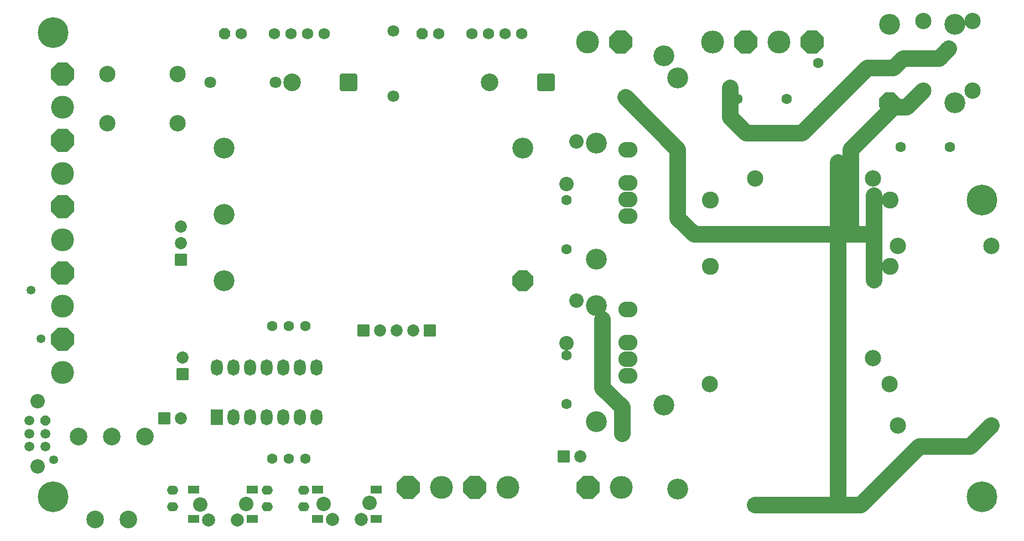
<source format=gts>
G04 Layer_Color=8388736*
%FSLAX25Y25*%
%MOIN*%
G70*
G01*
G75*
%ADD87C,0.10000*%
%ADD94R,0.06800X0.04800*%
%ADD95C,0.08674*%
%ADD96C,0.05918*%
%ADD97P,0.06406X8X292.5*%
%ADD98C,0.09855*%
%ADD99C,0.07887*%
%ADD100C,0.06800*%
%ADD101P,0.07360X8X22.5*%
%ADD102C,0.07300*%
G04:AMPARAMS|DCode=103|XSize=73mil|YSize=73mil|CornerRadius=7.25mil|HoleSize=0mil|Usage=FLASHONLY|Rotation=180.000|XOffset=0mil|YOffset=0mil|HoleType=Round|Shape=RoundedRectangle|*
%AMROUNDEDRECTD103*
21,1,0.07300,0.05850,0,0,180.0*
21,1,0.05850,0.07300,0,0,180.0*
1,1,0.01450,-0.02925,0.02925*
1,1,0.01450,0.02925,0.02925*
1,1,0.01450,0.02925,-0.02925*
1,1,0.01450,-0.02925,-0.02925*
%
%ADD103ROUNDEDRECTD103*%
%ADD104C,0.12611*%
%ADD105P,0.13650X8X292.5*%
G04:AMPARAMS|DCode=106|XSize=73mil|YSize=73mil|CornerRadius=7.25mil|HoleSize=0mil|Usage=FLASHONLY|Rotation=90.000|XOffset=0mil|YOffset=0mil|HoleType=Round|Shape=RoundedRectangle|*
%AMROUNDEDRECTD106*
21,1,0.07300,0.05850,0,0,90.0*
21,1,0.05850,0.07300,0,0,90.0*
1,1,0.01450,0.02925,0.02925*
1,1,0.01450,0.02925,-0.02925*
1,1,0.01450,-0.02925,-0.02925*
1,1,0.01450,-0.02925,0.02925*
%
%ADD106ROUNDEDRECTD106*%
%ADD107C,0.10642*%
G04:AMPARAMS|DCode=108|XSize=106.42mil|YSize=106.42mil|CornerRadius=13.84mil|HoleSize=0mil|Usage=FLASHONLY|Rotation=0.000|XOffset=0mil|YOffset=0mil|HoleType=Round|Shape=RoundedRectangle|*
%AMROUNDEDRECTD108*
21,1,0.10642,0.07874,0,0,0.0*
21,1,0.07874,0.10642,0,0,0.0*
1,1,0.02769,0.03937,-0.03937*
1,1,0.02769,-0.03937,-0.03937*
1,1,0.02769,-0.03937,0.03937*
1,1,0.02769,0.03937,0.03937*
%
%ADD108ROUNDEDRECTD108*%
%ADD109C,0.07099*%
%ADD110P,0.13650X8X202.5*%
%ADD111P,0.14929X8X292.5*%
%ADD112C,0.13792*%
%ADD113C,0.10249*%
%ADD114C,0.06312*%
%ADD115O,0.06706X0.05524*%
%ADD116P,0.14929X8X202.5*%
%ADD117O,0.11430X0.09619*%
%ADD118O,0.07200X0.09800*%
%ADD119R,0.07200X0.09800*%
%ADD120C,0.18517*%
%ADD121C,0.05300*%
G54D87*
X486221Y265748D02*
X498032Y253937D01*
Y238189D01*
X486221Y265748D02*
Y307087D01*
X541339Y358268D02*
X649606D01*
Y381890D01*
Y360236D02*
Y330709D01*
X635827Y360236D02*
Y409449D01*
X661417Y435039D01*
X669291D01*
X679134Y444882D01*
X688976Y464567D02*
X694882Y470472D01*
X688976Y464567D02*
X667323D01*
X661417Y458661D01*
X645669D01*
X606299Y419291D01*
X572835D01*
X562992Y429134D01*
Y446850D01*
X531496Y409449D02*
Y368110D01*
X541339Y358268D01*
X531496Y409449D02*
X500000Y440945D01*
X627953Y401575D02*
Y195075D01*
X641925D02*
X677165Y230315D01*
X707677D01*
X720472Y243110D01*
X641925Y195075D02*
X578000D01*
G54D94*
X239784Y186750D02*
D03*
Y204250D02*
D03*
X275217Y186750D02*
D03*
Y204250D02*
D03*
X314283Y186750D02*
D03*
Y204250D02*
D03*
X349716Y186750D02*
D03*
Y204250D02*
D03*
G54D95*
X145669Y218504D02*
D03*
Y257874D02*
D03*
X243721Y195374D02*
D03*
X271280Y195768D02*
D03*
X318220Y195874D02*
D03*
X345779Y196268D02*
D03*
X464547Y292705D02*
D03*
X470453Y318295D02*
D03*
X464547Y388705D02*
D03*
X470453Y414295D02*
D03*
G54D96*
X140748Y230315D02*
D03*
Y238189D02*
D03*
X150591D02*
D03*
Y230315D02*
D03*
X140748Y246063D02*
D03*
G54D97*
X150591Y246063D02*
D03*
G54D98*
X230000Y425472D02*
D03*
Y455000D02*
D03*
X187874D02*
D03*
Y425472D02*
D03*
X550732Y268000D02*
D03*
X578000Y195075D02*
D03*
X664000Y243000D02*
D03*
X659000Y268000D02*
D03*
X649000Y283866D02*
D03*
X664000Y351268D02*
D03*
X649000Y392134D02*
D03*
X709000Y445000D02*
D03*
Y487126D02*
D03*
X679472D02*
D03*
Y445000D02*
D03*
X720472Y351378D02*
D03*
Y243110D02*
D03*
X578000Y391925D02*
D03*
G54D99*
X248839Y185925D02*
D03*
X266161D02*
D03*
X323339Y186425D02*
D03*
X340661D02*
D03*
G54D100*
X437500Y479500D02*
D03*
X427500D02*
D03*
X417500D02*
D03*
X407500D02*
D03*
X387500D02*
D03*
X318500D02*
D03*
X308500D02*
D03*
X298500D02*
D03*
X288500D02*
D03*
X268500D02*
D03*
G54D101*
X377500Y479500D02*
D03*
X258500D02*
D03*
G54D102*
X232000Y247500D02*
D03*
X233000Y284000D02*
D03*
X232000Y353000D02*
D03*
Y363000D02*
D03*
X352000Y300374D02*
D03*
X362000D02*
D03*
X372000D02*
D03*
X472598Y224410D02*
D03*
G54D103*
X222000Y247500D02*
D03*
X342000Y300374D02*
D03*
X382000D02*
D03*
X462598Y224410D02*
D03*
G54D104*
X258000Y330500D02*
D03*
Y370500D02*
D03*
Y410500D02*
D03*
X438000D02*
D03*
X482500Y413500D02*
D03*
X531496Y452756D02*
D03*
X522991Y466112D02*
D03*
X482500Y343500D02*
D03*
Y315500D02*
D03*
Y245500D02*
D03*
X531496Y204724D02*
D03*
X523000Y255500D02*
D03*
X698500Y437756D02*
D03*
Y485000D02*
D03*
X659130D02*
D03*
G54D105*
X659130Y437756D02*
D03*
G54D106*
X233000Y274000D02*
D03*
X232000Y343000D02*
D03*
G54D107*
X180500Y186500D02*
D03*
X200500D02*
D03*
X210500Y236500D02*
D03*
X190500D02*
D03*
X170500D02*
D03*
X299000Y450000D02*
D03*
X418000D02*
D03*
G54D108*
X452000Y450000D02*
D03*
X333000D02*
D03*
G54D109*
X360000Y441815D02*
D03*
Y481185D02*
D03*
X289185Y450000D02*
D03*
X249815D02*
D03*
G54D110*
X438000Y330500D02*
D03*
G54D111*
X160748Y295000D02*
D03*
Y335000D02*
D03*
Y375000D02*
D03*
Y415000D02*
D03*
Y455000D02*
D03*
G54D112*
X160748Y275000D02*
D03*
Y315000D02*
D03*
Y355000D02*
D03*
Y395000D02*
D03*
Y435000D02*
D03*
X389000Y205748D02*
D03*
X429000D02*
D03*
X497500D02*
D03*
X592500Y474252D02*
D03*
X552500D02*
D03*
X477000D02*
D03*
G54D113*
X551232Y339000D02*
D03*
Y379157D02*
D03*
X659500Y339000D02*
D03*
Y379157D02*
D03*
G54D114*
X287000Y223000D02*
D03*
X297000D02*
D03*
X307000D02*
D03*
Y303000D02*
D03*
X297000D02*
D03*
X287000D02*
D03*
X464500Y256000D02*
D03*
Y285528D02*
D03*
Y349500D02*
D03*
Y379028D02*
D03*
X567421Y440000D02*
D03*
X596949D02*
D03*
X616142Y432087D02*
D03*
Y461614D02*
D03*
X665736Y411000D02*
D03*
X695264D02*
D03*
G54D115*
X227000Y194000D02*
D03*
Y204000D02*
D03*
X284000Y194000D02*
D03*
Y204000D02*
D03*
X306000Y194000D02*
D03*
Y204000D02*
D03*
G54D116*
X369000Y205748D02*
D03*
X409000D02*
D03*
X477500D02*
D03*
X612500Y474252D02*
D03*
X572500D02*
D03*
X497000D02*
D03*
G54D117*
X501500Y273000D02*
D03*
Y283000D02*
D03*
Y293000D02*
D03*
Y313000D02*
D03*
Y369500D02*
D03*
Y379500D02*
D03*
Y389500D02*
D03*
Y409500D02*
D03*
G54D118*
X263653Y248000D02*
D03*
X273654D02*
D03*
X283653D02*
D03*
X293653D02*
D03*
X303654D02*
D03*
X313653D02*
D03*
Y278000D02*
D03*
X303654D02*
D03*
X293653D02*
D03*
X283653D02*
D03*
X273654D02*
D03*
X263653D02*
D03*
X253654D02*
D03*
G54D119*
X253654Y248000D02*
D03*
G54D120*
X155000Y200000D02*
D03*
Y480000D02*
D03*
X714685Y200000D02*
D03*
Y379000D02*
D03*
G54D121*
X155512Y222441D02*
D03*
X147638Y295276D02*
D03*
X141732Y324803D02*
D03*
M02*

</source>
